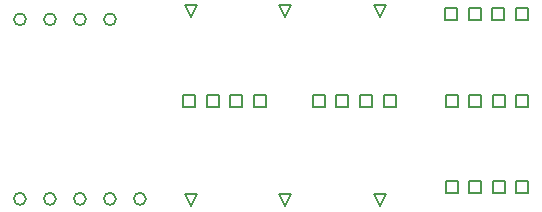
<source format=gbr>
G04*
G04 #@! TF.GenerationSoftware,Altium Limited,Altium Designer,23.0.1 (38)*
G04*
G04 Layer_Color=2752767*
%FSLAX25Y25*%
%MOIN*%
G70*
G04*
G04 #@! TF.SameCoordinates,CB264EA1-B4AC-40A8-8FC8-DEB541A081C8*
G04*
G04*
G04 #@! TF.FilePolarity,Positive*
G04*
G01*
G75*
%ADD11C,0.00500*%
%ADD22C,0.00667*%
D11*
X405378Y82000D02*
Y86000D01*
X409378D01*
Y82000D01*
X405378D01*
X413252D02*
Y86000D01*
X417252D01*
Y82000D01*
X413252D01*
X421126D02*
Y86000D01*
X425126D01*
Y82000D01*
X421126D01*
X429000D02*
Y86000D01*
X433000D01*
Y82000D01*
X429000D01*
X448626D02*
Y86000D01*
X452626D01*
Y82000D01*
X448626D01*
X456500D02*
Y86000D01*
X460500D01*
Y82000D01*
X456500D01*
X464374D02*
Y86000D01*
X468374D01*
Y82000D01*
X464374D01*
X472248D02*
Y86000D01*
X476248D01*
Y82000D01*
X472248D01*
X516500Y53500D02*
Y57500D01*
X520500D01*
Y53500D01*
X516500D01*
X508626D02*
Y57500D01*
X512626D01*
Y53500D01*
X508626D01*
X500752D02*
Y57500D01*
X504752D01*
Y53500D01*
X500752D01*
X492878D02*
Y57500D01*
X496878D01*
Y53500D01*
X492878D01*
X516500Y82000D02*
Y86000D01*
X520500D01*
Y82000D01*
X516500D01*
X508626D02*
Y86000D01*
X512626D01*
Y82000D01*
X508626D01*
X500752D02*
Y86000D01*
X504752D01*
Y82000D01*
X500752D01*
X492878D02*
Y86000D01*
X496878D01*
Y82000D01*
X492878D01*
X516311Y111000D02*
Y115000D01*
X520311D01*
Y111000D01*
X516311D01*
X508437D02*
Y115000D01*
X512437D01*
Y111000D01*
X508437D01*
X500563D02*
Y115000D01*
X504563D01*
Y111000D01*
X500563D01*
X492689D02*
Y115000D01*
X496689D01*
Y111000D01*
X492689D01*
X439366Y112059D02*
X437366Y116059D01*
X441366D01*
X439366Y112059D01*
X470862D02*
X468862Y116059D01*
X472862D01*
X470862Y112059D01*
X407870D02*
X405870Y116059D01*
X409870D01*
X407870Y112059D01*
Y49067D02*
X405870Y53067D01*
X409870D01*
X407870Y49067D01*
X439366D02*
X437366Y53067D01*
X441366D01*
X439366Y49067D01*
X470862D02*
X468862Y53067D01*
X472862D01*
X470862Y49067D01*
D22*
X363000Y111343D02*
G03*
X363000Y111343I-2000J0D01*
G01*
X373000D02*
G03*
X373000Y111343I-2000J0D01*
G01*
X353000D02*
G03*
X353000Y111343I-2000J0D01*
G01*
Y51500D02*
G03*
X353000Y51500I-2000J0D01*
G01*
X393000D02*
G03*
X393000Y51500I-2000J0D01*
G01*
X363000D02*
G03*
X363000Y51500I-2000J0D01*
G01*
X383000D02*
G03*
X383000Y51500I-2000J0D01*
G01*
X373000D02*
G03*
X373000Y51500I-2000J0D01*
G01*
X383000Y111343D02*
G03*
X383000Y111343I-2000J0D01*
G01*
M02*

</source>
